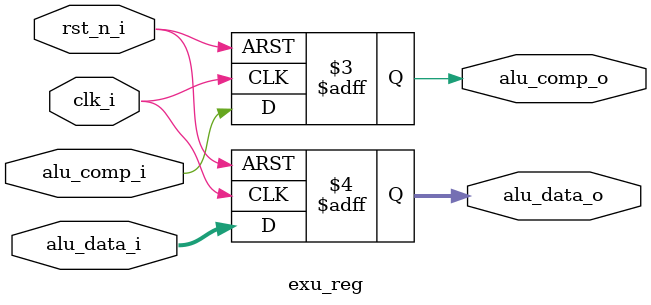
<source format=sv>
/*
 * exu_reg.sv
 *
 *  Created on: 2021-08-03 10:30
 *      Author: Jack Chen <redchenjs@live.com>
 */

module exu_reg #(
    parameter XLEN = 32
) (
    input logic clk_i,
    input logic rst_n_i,

    input logic            alu_comp_i,
    input logic [XLEN-1:0] alu_data_i,

    output logic            alu_comp_o,
    output logic [XLEN-1:0] alu_data_o
);

always_ff @(posedge clk_i or negedge rst_n_i)
begin
    if (!rst_n_i) begin
        alu_comp_o <= 1'b0;
        alu_data_o <= {XLEN{1'b0}};
    end else begin
        alu_comp_o <= alu_comp_i;
        alu_data_o <= alu_data_i;
    end
end

endmodule

</source>
